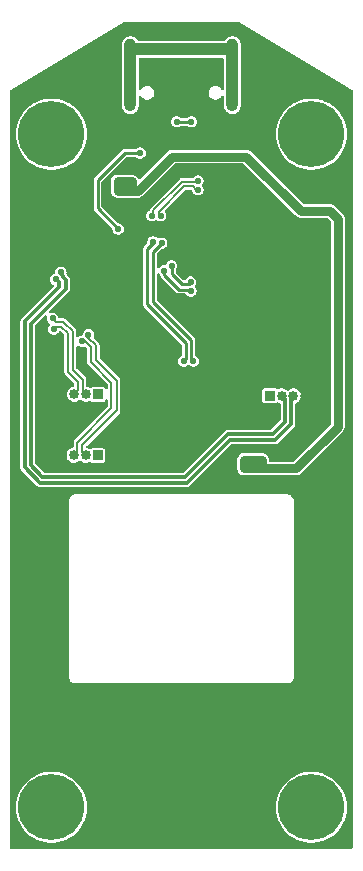
<source format=gbr>
%TF.GenerationSoftware,KiCad,Pcbnew,8.0.7-8.0.7-0~ubuntu22.04.1*%
%TF.CreationDate,2024-12-07T17:10:43+01:00*%
%TF.ProjectId,camera_360,63616d65-7261-45f3-9336-302e6b696361,rev?*%
%TF.SameCoordinates,Original*%
%TF.FileFunction,Copper,L2,Bot*%
%TF.FilePolarity,Positive*%
%FSLAX46Y46*%
G04 Gerber Fmt 4.6, Leading zero omitted, Abs format (unit mm)*
G04 Created by KiCad (PCBNEW 8.0.7-8.0.7-0~ubuntu22.04.1) date 2024-12-07 17:10:43*
%MOMM*%
%LPD*%
G01*
G04 APERTURE LIST*
%TA.AperFunction,ComponentPad*%
%ADD10C,5.600000*%
%TD*%
%TA.AperFunction,ComponentPad*%
%ADD11R,0.850000X0.850000*%
%TD*%
%TA.AperFunction,ComponentPad*%
%ADD12O,0.850000X0.850000*%
%TD*%
%TA.AperFunction,ComponentPad*%
%ADD13O,1.000000X2.100000*%
%TD*%
%TA.AperFunction,ComponentPad*%
%ADD14O,1.000000X1.800000*%
%TD*%
%TA.AperFunction,ViaPad*%
%ADD15C,0.650000*%
%TD*%
%TA.AperFunction,ViaPad*%
%ADD16C,0.550000*%
%TD*%
%TA.AperFunction,Conductor*%
%ADD17C,0.254000*%
%TD*%
%TA.AperFunction,Conductor*%
%ADD18C,0.750000*%
%TD*%
%TA.AperFunction,Conductor*%
%ADD19C,0.200000*%
%TD*%
%TA.AperFunction,Conductor*%
%ADD20C,0.300000*%
%TD*%
%TA.AperFunction,Conductor*%
%ADD21C,1.000000*%
%TD*%
G04 APERTURE END LIST*
D10*
%TO.P,H3,1*%
%TO.N,N/C*%
X94000000Y-101000000D03*
%TD*%
%TO.P,H4,1*%
%TO.N,N/C*%
X116000000Y-101000000D03*
%TD*%
D11*
%TO.P,J3,1,Pin_1*%
%TO.N,+5V*%
X97920000Y-66020000D03*
D12*
%TO.P,J3,2,Pin_2*%
%TO.N,/USB_CAM2-*%
X96920000Y-66020000D03*
%TO.P,J3,3,Pin_3*%
%TO.N,/USB_CAM2+*%
X95919999Y-66020000D03*
%TO.P,J3,4,Pin_4*%
%TO.N,GND*%
X94920000Y-66020000D03*
%TO.P,J3,5,Pin_5*%
X93920000Y-66020000D03*
%TD*%
D10*
%TO.P,H1,1*%
%TO.N,N/C*%
X94000000Y-44000000D03*
%TD*%
D13*
%TO.P,J1,S1,SHIELD*%
%TO.N,/SHIELD_USBC*%
X109320000Y-41025000D03*
D14*
X109320000Y-36825000D03*
D13*
X100680000Y-41025000D03*
D14*
X100680000Y-36825000D03*
%TD*%
D11*
%TO.P,J4,1,Pin_1*%
%TO.N,+5V*%
X112490000Y-66140000D03*
D12*
%TO.P,J4,2,Pin_2*%
%TO.N,/USB_CAM3-*%
X113490000Y-66140000D03*
%TO.P,J4,3,Pin_3*%
%TO.N,/USB_CAM3+*%
X114490001Y-66140000D03*
%TO.P,J4,4,Pin_4*%
%TO.N,GND*%
X115490000Y-66140000D03*
%TO.P,J4,5,Pin_5*%
X116490000Y-66140000D03*
%TD*%
D10*
%TO.P,H2,1*%
%TO.N,N/C*%
X116000000Y-44000000D03*
%TD*%
D11*
%TO.P,J2,1,Pin_1*%
%TO.N,+5V*%
X97900000Y-71190000D03*
D12*
%TO.P,J2,2,Pin_2*%
%TO.N,/USB_CAM1-*%
X96900000Y-71190000D03*
%TO.P,J2,3,Pin_3*%
%TO.N,/USB_CAM1+*%
X95899999Y-71190000D03*
%TO.P,J2,4,Pin_4*%
%TO.N,GND*%
X94900000Y-71190000D03*
%TO.P,J2,5,Pin_5*%
X93900000Y-71190000D03*
%TD*%
D15*
%TO.N,GND*%
X109600000Y-57400000D03*
X112400000Y-52900000D03*
D16*
%TO.N,+5V*%
X111800000Y-71550000D03*
D15*
X100800000Y-48000000D03*
X100800000Y-48800000D03*
D16*
X111050000Y-72300000D03*
X116200000Y-50500000D03*
X111050000Y-71550000D03*
X115200000Y-50500000D03*
D15*
X99600000Y-48800000D03*
D16*
X117200000Y-50500000D03*
X110300000Y-71560000D03*
D15*
X99600000Y-48000000D03*
D16*
X111800000Y-72300000D03*
X110300000Y-72300000D03*
D15*
%TO.N,GND*%
X108250000Y-43000000D03*
D16*
X104449997Y-63200000D03*
X106200000Y-55000000D03*
X107200000Y-48000000D03*
X97844431Y-60730205D03*
X102800000Y-52300000D03*
X104210000Y-50840000D03*
D15*
X106712527Y-57537473D03*
D16*
X95500000Y-55300000D03*
X94100000Y-55300000D03*
X96480480Y-60597122D03*
D15*
X110650000Y-55100000D03*
D16*
X107100000Y-49100000D03*
X106286483Y-43551333D03*
X93731477Y-61085654D03*
X105800000Y-58100000D03*
X101520000Y-50770000D03*
X96497230Y-62279579D03*
X94600000Y-59000000D03*
X106600000Y-56200000D03*
X106800000Y-63200000D03*
D15*
X101800000Y-43000000D03*
D16*
X103926065Y-43288847D03*
%TO.N,/USB_CAM2-*%
X94100000Y-59600000D03*
%TO.N,/USB_CAM2+*%
X94200000Y-60500000D03*
%TO.N,/USB_CAM3-*%
X94800000Y-55700000D03*
%TO.N,/USB_CAM3+*%
X94349998Y-56300002D03*
%TO.N,/USB_CAM1-*%
X97132843Y-60967157D03*
%TO.N,/USB_CAM1+*%
X96567157Y-61532843D03*
%TO.N,/USB_UPSTREAM_D-*%
X104174040Y-55133974D03*
X105784591Y-56520428D03*
%TO.N,/USB_UPSTREAM_D+*%
X105810000Y-57270000D03*
X103550000Y-55550000D03*
%TO.N,/VBUS*%
X101500000Y-45600000D03*
X99640000Y-52030000D03*
%TO.N,/USB_PORT1_D-*%
X103249993Y-50899083D03*
X106400000Y-48700000D03*
%TO.N,/USB_PORT1_D+*%
X106400000Y-47949997D03*
X102500001Y-50903015D03*
%TO.N,/USB_PORT2_D-*%
X103339798Y-53223300D03*
X106000000Y-63200000D03*
%TO.N,/USB_PORT2_D+*%
X102600000Y-53100000D03*
X105200000Y-63200000D03*
%TO.N,Net-(J1-D--PadA7)*%
X105852000Y-42940000D03*
X104590000Y-42940000D03*
%TD*%
D17*
%TO.N,/VBUS*%
X101500000Y-45600000D02*
X100200000Y-45600000D01*
X100200000Y-45600000D02*
X97900000Y-47900000D01*
X97900000Y-47900000D02*
X97900000Y-50290000D01*
X97900000Y-50290000D02*
X99640000Y-52030000D01*
%TO.N,/USB_PORT2_D+*%
X102600000Y-53100000D02*
X102600000Y-53200000D01*
X102600000Y-53200000D02*
X102100000Y-53700000D01*
X102100000Y-53700000D02*
X102100000Y-58400000D01*
X102100000Y-58400000D02*
X105348000Y-61648000D01*
X105348000Y-61648000D02*
X105348000Y-63052000D01*
X105348000Y-63052000D02*
X105200000Y-63200000D01*
%TO.N,/USB_PORT2_D-*%
X106000000Y-63200000D02*
X105852000Y-63052000D01*
X102600000Y-53963098D02*
X103339798Y-53223300D01*
X105852000Y-63052000D02*
X105852000Y-61452000D01*
X105852000Y-61452000D02*
X102600000Y-58200000D01*
X102600000Y-58200000D02*
X102600000Y-53963098D01*
%TO.N,/USB_UPSTREAM_D-*%
X105027357Y-56696000D02*
X105609019Y-56696000D01*
X104174040Y-55133974D02*
X104174040Y-55842683D01*
X104174040Y-55842683D02*
X105027357Y-56696000D01*
X105609019Y-56696000D02*
X105784591Y-56520428D01*
%TO.N,/USB_UPSTREAM_D+*%
X103550000Y-55550000D02*
X103550000Y-55900000D01*
X104800000Y-57150000D02*
X105690000Y-57150000D01*
X103550000Y-55900000D02*
X104800000Y-57150000D01*
X105690000Y-57150000D02*
X105810000Y-57270000D01*
D18*
%TO.N,+5V*%
X115100000Y-50500000D02*
X110500000Y-45900000D01*
X100800000Y-48800000D02*
X100800000Y-48000000D01*
X111800000Y-71550000D02*
X111800000Y-72300000D01*
X99600000Y-48800000D02*
X100400000Y-48000000D01*
X114700000Y-72300000D02*
X110300000Y-72300000D01*
X99600000Y-48800000D02*
X99600000Y-48000000D01*
X99600000Y-48800000D02*
X101300000Y-48800000D01*
X110300000Y-71560000D02*
X110300000Y-72300000D01*
X104200000Y-45900000D02*
X106000000Y-45900000D01*
X111790000Y-71560000D02*
X111800000Y-71550000D01*
X117600000Y-50500000D02*
X118250000Y-51150000D01*
X110500000Y-45900000D02*
X106000000Y-45900000D01*
X117200000Y-50500000D02*
X115200000Y-50500000D01*
X100800000Y-48000000D02*
X99600000Y-48000000D01*
X100800000Y-48800000D02*
X99600000Y-48800000D01*
X117200000Y-50500000D02*
X117600000Y-50500000D01*
X118250000Y-68750000D02*
X114700000Y-72300000D01*
X106000000Y-45900000D02*
X105000000Y-45900000D01*
X100800000Y-48800000D02*
X100000000Y-48000000D01*
X110300000Y-71560000D02*
X111790000Y-71560000D01*
X117200000Y-50500000D02*
X115100000Y-50500000D01*
X100400000Y-48000000D02*
X100800000Y-48000000D01*
X118250000Y-51150000D02*
X118250000Y-68750000D01*
X101300000Y-48800000D02*
X104200000Y-45900000D01*
D19*
%TO.N,/USB_CAM2-*%
X94100000Y-59600000D02*
X94400000Y-59900000D01*
X95800000Y-63934314D02*
X96644999Y-64779313D01*
X96644999Y-65744999D02*
X96920000Y-66020000D01*
X96644999Y-64779313D02*
X96644999Y-65744999D01*
X94400000Y-59900000D02*
X95000000Y-59900000D01*
X95000000Y-59900000D02*
X95800000Y-60700000D01*
X95800000Y-60700000D02*
X95800000Y-63934314D01*
%TO.N,/USB_CAM2+*%
X95400000Y-60865686D02*
X95400000Y-64100000D01*
X96244999Y-64944999D02*
X96244999Y-65695000D01*
X94834314Y-60300000D02*
X95400000Y-60865686D01*
X94400000Y-60300000D02*
X94834314Y-60300000D01*
X96244999Y-65695000D02*
X95919999Y-66020000D01*
X94200000Y-60500000D02*
X94400000Y-60300000D01*
X95400000Y-64100000D02*
X96244999Y-64944999D01*
D20*
%TO.N,/USB_CAM3-*%
X92225000Y-60063910D02*
X92225000Y-72006800D01*
X94974998Y-56041118D02*
X94974998Y-56086091D01*
X92225000Y-72006800D02*
X93218200Y-73000000D01*
X94800000Y-55700000D02*
X94800000Y-55866120D01*
X112717894Y-69375000D02*
X113765000Y-68327894D01*
X93218200Y-73000000D02*
X105300000Y-73000000D01*
X113765000Y-66415000D02*
X113490000Y-66140000D01*
X105300000Y-73000000D02*
X108925000Y-69375000D01*
X113765000Y-68327894D02*
X113765000Y-66415000D01*
X95212201Y-57076709D02*
X92225000Y-60063910D01*
X108925000Y-69375000D02*
X112717894Y-69375000D01*
X95212201Y-56323294D02*
X95212201Y-57076709D01*
X94974998Y-56086091D02*
X95212201Y-56323294D01*
X94800000Y-55866120D02*
X94974998Y-56041118D01*
%TO.N,/USB_CAM3+*%
X105507107Y-73500000D02*
X109132107Y-69875000D01*
X112925000Y-69875000D02*
X114300000Y-68500000D01*
X91725000Y-72213907D02*
X93011093Y-73500000D01*
X114300000Y-66330001D02*
X114490001Y-66140000D01*
X91725000Y-59856804D02*
X91725000Y-72213907D01*
X94662201Y-56551112D02*
X94662201Y-56919603D01*
X94411091Y-56300002D02*
X94662201Y-56551112D01*
X109132107Y-69875000D02*
X112925000Y-69875000D01*
X114300000Y-68500000D02*
X114300000Y-66330001D01*
X93011093Y-73500000D02*
X105507107Y-73500000D01*
X94349998Y-56300002D02*
X94411091Y-56300002D01*
X94662201Y-56919603D02*
X91725000Y-59856804D01*
D19*
%TO.N,/USB_CAM1-*%
X99525000Y-64856800D02*
X97775000Y-63106800D01*
X97775000Y-63106800D02*
X97775000Y-61856801D01*
X96900000Y-71190000D02*
X96625000Y-70915000D01*
X97775000Y-61856801D02*
X97132843Y-61214644D01*
X96625000Y-70293200D02*
X99525000Y-67393200D01*
X97132843Y-61214644D02*
X97132843Y-60967157D01*
X96625000Y-70915000D02*
X96625000Y-70293200D01*
X99525000Y-67393200D02*
X99525000Y-64856800D01*
%TO.N,/USB_CAM1+*%
X97325000Y-62043199D02*
X96814644Y-61532843D01*
X95899999Y-71190000D02*
X96174999Y-70915000D01*
X99075000Y-65043200D02*
X97325000Y-63293200D01*
X96174999Y-70106801D02*
X99075000Y-67206800D01*
X96814644Y-61532843D02*
X96567157Y-61532843D01*
X97325000Y-63293200D02*
X97325000Y-62043199D01*
X99075000Y-67206800D02*
X99075000Y-65043200D01*
X96174999Y-70915000D02*
X96174999Y-70106801D01*
D21*
%TO.N,/SHIELD_USBC*%
X100680000Y-41025000D02*
X100680000Y-36825000D01*
X109320000Y-36825000D02*
X109320000Y-41025000D01*
X100680000Y-36825000D02*
X109320000Y-36825000D01*
D19*
%TO.N,/USB_PORT1_D-*%
X105200000Y-48425000D02*
X103075001Y-50549999D01*
X105974924Y-48425000D02*
X105200000Y-48425000D01*
X106249924Y-48700000D02*
X105974924Y-48425000D01*
X103075001Y-50724091D02*
X103249993Y-50899083D01*
X103075001Y-50549999D02*
X103075001Y-50724091D01*
X106400000Y-48700000D02*
X106249924Y-48700000D01*
%TO.N,/USB_PORT1_D+*%
X105034314Y-48025000D02*
X102624999Y-50434315D01*
X102624999Y-50434315D02*
X102624999Y-50778017D01*
X106400000Y-47949997D02*
X106324997Y-48025000D01*
X102624999Y-50778017D02*
X102500001Y-50903015D01*
X106324997Y-48025000D02*
X105034314Y-48025000D01*
D17*
%TO.N,Net-(J1-D--PadA7)*%
X105852000Y-42940000D02*
X104590000Y-42940000D01*
%TD*%
%TA.AperFunction,Conductor*%
%TO.N,GND*%
G36*
X96291536Y-61920940D02*
G01*
X96367596Y-61969821D01*
X96367598Y-61969821D01*
X96367599Y-61969822D01*
X96498789Y-62008343D01*
X96498790Y-62008343D01*
X96635524Y-62008343D01*
X96742456Y-61976945D01*
X96812324Y-61976945D01*
X96865071Y-62008241D01*
X96988181Y-62131351D01*
X97021666Y-62192674D01*
X97024500Y-62219032D01*
X97024500Y-63332762D01*
X97042559Y-63400160D01*
X97044980Y-63409193D01*
X97044981Y-63409194D01*
X97059645Y-63434592D01*
X97059647Y-63434594D01*
X97084539Y-63477710D01*
X98738181Y-65131352D01*
X98771666Y-65192675D01*
X98774500Y-65219033D01*
X98774500Y-65474317D01*
X98754815Y-65541356D01*
X98702011Y-65587111D01*
X98632853Y-65597055D01*
X98569297Y-65568030D01*
X98535940Y-65521773D01*
X98533867Y-65516771D01*
X98533867Y-65516769D01*
X98505501Y-65474317D01*
X98489552Y-65450447D01*
X98423230Y-65406132D01*
X98423229Y-65406131D01*
X98364752Y-65394500D01*
X98364748Y-65394500D01*
X97475252Y-65394500D01*
X97475247Y-65394500D01*
X97416770Y-65406131D01*
X97416769Y-65406132D01*
X97340293Y-65457233D01*
X97338328Y-65454292D01*
X97295215Y-65477822D01*
X97225524Y-65472824D01*
X97211259Y-65466449D01*
X97143434Y-65430852D01*
X97143431Y-65430851D01*
X97039824Y-65405314D01*
X96979443Y-65370157D01*
X96947655Y-65307938D01*
X96945499Y-65284917D01*
X96945499Y-64739752D01*
X96925019Y-64663322D01*
X96925016Y-64663317D01*
X96885463Y-64594808D01*
X96885457Y-64594800D01*
X96136819Y-63846162D01*
X96103334Y-63784839D01*
X96100500Y-63758481D01*
X96100500Y-62025258D01*
X96120185Y-61958219D01*
X96172989Y-61912464D01*
X96242147Y-61902520D01*
X96291536Y-61920940D01*
G37*
%TD.AperFunction*%
%TA.AperFunction,Conductor*%
G36*
X109890821Y-34518170D02*
G01*
X119427988Y-40240470D01*
X119439297Y-40247255D01*
X119486656Y-40298626D01*
X119499500Y-40353584D01*
X119499500Y-104375500D01*
X119479815Y-104442539D01*
X119427011Y-104488294D01*
X119375500Y-104499500D01*
X90624500Y-104499500D01*
X90557461Y-104479815D01*
X90511706Y-104427011D01*
X90500500Y-104375500D01*
X90500500Y-100999996D01*
X90994415Y-100999996D01*
X90994415Y-101000003D01*
X91014738Y-101348927D01*
X91014739Y-101348938D01*
X91075428Y-101693127D01*
X91075430Y-101693134D01*
X91175674Y-102027972D01*
X91314107Y-102348895D01*
X91314113Y-102348908D01*
X91488870Y-102651597D01*
X91697584Y-102931949D01*
X91697589Y-102931955D01*
X91821463Y-103063253D01*
X91937442Y-103186183D01*
X92113903Y-103334251D01*
X92205186Y-103410847D01*
X92205194Y-103410853D01*
X92497203Y-103602911D01*
X92497207Y-103602913D01*
X92809549Y-103759777D01*
X93137989Y-103879319D01*
X93478086Y-103959923D01*
X93825241Y-104000500D01*
X93825248Y-104000500D01*
X94174752Y-104000500D01*
X94174759Y-104000500D01*
X94521914Y-103959923D01*
X94862011Y-103879319D01*
X95190451Y-103759777D01*
X95502793Y-103602913D01*
X95794811Y-103410849D01*
X96062558Y-103186183D01*
X96302412Y-102931953D01*
X96511130Y-102651596D01*
X96685889Y-102348904D01*
X96824326Y-102027971D01*
X96924569Y-101693136D01*
X96985262Y-101348927D01*
X97005585Y-101000000D01*
X97005585Y-100999996D01*
X112994415Y-100999996D01*
X112994415Y-101000003D01*
X113014738Y-101348927D01*
X113014739Y-101348938D01*
X113075428Y-101693127D01*
X113075430Y-101693134D01*
X113175674Y-102027972D01*
X113314107Y-102348895D01*
X113314113Y-102348908D01*
X113488870Y-102651597D01*
X113697584Y-102931949D01*
X113697589Y-102931955D01*
X113821463Y-103063253D01*
X113937442Y-103186183D01*
X114113903Y-103334251D01*
X114205186Y-103410847D01*
X114205194Y-103410853D01*
X114497203Y-103602911D01*
X114497207Y-103602913D01*
X114809549Y-103759777D01*
X115137989Y-103879319D01*
X115478086Y-103959923D01*
X115825241Y-104000500D01*
X115825248Y-104000500D01*
X116174752Y-104000500D01*
X116174759Y-104000500D01*
X116521914Y-103959923D01*
X116862011Y-103879319D01*
X117190451Y-103759777D01*
X117502793Y-103602913D01*
X117794811Y-103410849D01*
X118062558Y-103186183D01*
X118302412Y-102931953D01*
X118511130Y-102651596D01*
X118685889Y-102348904D01*
X118824326Y-102027971D01*
X118924569Y-101693136D01*
X118985262Y-101348927D01*
X119005585Y-101000000D01*
X118985262Y-100651073D01*
X118985260Y-100651061D01*
X118924571Y-100306872D01*
X118924569Y-100306865D01*
X118824325Y-99972027D01*
X118685892Y-99651104D01*
X118685889Y-99651096D01*
X118511130Y-99348404D01*
X118511129Y-99348402D01*
X118302415Y-99068050D01*
X118302410Y-99068044D01*
X118186433Y-98945117D01*
X118062558Y-98813817D01*
X117914488Y-98689572D01*
X117794813Y-98589152D01*
X117794805Y-98589146D01*
X117502796Y-98397088D01*
X117190458Y-98240226D01*
X117190452Y-98240223D01*
X116862012Y-98120681D01*
X116862009Y-98120680D01*
X116521915Y-98040077D01*
X116478519Y-98035004D01*
X116174759Y-97999500D01*
X115825241Y-97999500D01*
X115521480Y-98035004D01*
X115478085Y-98040077D01*
X115478083Y-98040077D01*
X115137990Y-98120680D01*
X115137987Y-98120681D01*
X114809547Y-98240223D01*
X114809541Y-98240226D01*
X114497203Y-98397088D01*
X114205194Y-98589146D01*
X114205186Y-98589152D01*
X113937442Y-98813817D01*
X113937440Y-98813819D01*
X113697589Y-99068044D01*
X113697584Y-99068050D01*
X113488870Y-99348402D01*
X113314113Y-99651091D01*
X113314107Y-99651104D01*
X113175674Y-99972027D01*
X113075430Y-100306865D01*
X113075428Y-100306872D01*
X113014739Y-100651061D01*
X113014738Y-100651072D01*
X112994415Y-100999996D01*
X97005585Y-100999996D01*
X96985262Y-100651073D01*
X96985260Y-100651061D01*
X96924571Y-100306872D01*
X96924569Y-100306865D01*
X96824325Y-99972027D01*
X96685892Y-99651104D01*
X96685889Y-99651096D01*
X96511130Y-99348404D01*
X96511129Y-99348402D01*
X96302415Y-99068050D01*
X96302410Y-99068044D01*
X96186433Y-98945117D01*
X96062558Y-98813817D01*
X95914488Y-98689572D01*
X95794813Y-98589152D01*
X95794805Y-98589146D01*
X95502796Y-98397088D01*
X95190458Y-98240226D01*
X95190452Y-98240223D01*
X94862012Y-98120681D01*
X94862009Y-98120680D01*
X94521915Y-98040077D01*
X94478519Y-98035004D01*
X94174759Y-97999500D01*
X93825241Y-97999500D01*
X93521480Y-98035004D01*
X93478085Y-98040077D01*
X93478083Y-98040077D01*
X93137990Y-98120680D01*
X93137987Y-98120681D01*
X92809547Y-98240223D01*
X92809541Y-98240226D01*
X92497203Y-98397088D01*
X92205194Y-98589146D01*
X92205186Y-98589152D01*
X91937442Y-98813817D01*
X91937440Y-98813819D01*
X91697589Y-99068044D01*
X91697584Y-99068050D01*
X91488870Y-99348402D01*
X91314113Y-99651091D01*
X91314107Y-99651104D01*
X91175674Y-99972027D01*
X91075430Y-100306865D01*
X91075428Y-100306872D01*
X91014739Y-100651061D01*
X91014738Y-100651072D01*
X90994415Y-100999996D01*
X90500500Y-100999996D01*
X90500500Y-74934108D01*
X95499500Y-74934108D01*
X95499500Y-90065891D01*
X95533608Y-90193187D01*
X95566554Y-90250250D01*
X95599500Y-90307314D01*
X95692686Y-90400500D01*
X95806814Y-90466392D01*
X95934108Y-90500500D01*
X95934110Y-90500500D01*
X114065890Y-90500500D01*
X114065892Y-90500500D01*
X114193186Y-90466392D01*
X114307314Y-90400500D01*
X114400500Y-90307314D01*
X114466392Y-90193186D01*
X114500500Y-90065892D01*
X114500500Y-74934108D01*
X114466392Y-74806814D01*
X114400500Y-74692686D01*
X114307314Y-74599500D01*
X114250250Y-74566554D01*
X114193187Y-74533608D01*
X114129539Y-74516554D01*
X114065892Y-74499500D01*
X96065892Y-74499500D01*
X95934108Y-74499500D01*
X95806812Y-74533608D01*
X95692686Y-74599500D01*
X95692683Y-74599502D01*
X95599502Y-74692683D01*
X95599500Y-74692686D01*
X95533608Y-74806812D01*
X95499500Y-74934108D01*
X90500500Y-74934108D01*
X90500500Y-59810660D01*
X91374500Y-59810660D01*
X91374500Y-72260051D01*
X91394158Y-72333414D01*
X91394158Y-72333415D01*
X91398386Y-72349195D01*
X91444527Y-72429115D01*
X91444529Y-72429118D01*
X91444530Y-72429119D01*
X92795881Y-73780470D01*
X92875805Y-73826614D01*
X92964949Y-73850500D01*
X92964951Y-73850500D01*
X105553249Y-73850500D01*
X105553251Y-73850500D01*
X105642395Y-73826614D01*
X105722319Y-73780470D01*
X109240970Y-70261819D01*
X109302293Y-70228334D01*
X109328651Y-70225500D01*
X112971142Y-70225500D01*
X112971144Y-70225500D01*
X113060288Y-70201614D01*
X113140212Y-70155470D01*
X114580470Y-68715212D01*
X114626614Y-68635288D01*
X114650500Y-68546144D01*
X114650500Y-66837139D01*
X114670185Y-66770100D01*
X114716873Y-66727343D01*
X114847935Y-66658557D01*
X114961633Y-66557830D01*
X115047922Y-66432819D01*
X115101786Y-66290791D01*
X115120095Y-66140000D01*
X115101786Y-65989209D01*
X115047922Y-65847181D01*
X114961633Y-65722170D01*
X114847935Y-65621443D01*
X114713435Y-65550852D01*
X114713434Y-65550851D01*
X114713433Y-65550851D01*
X114565951Y-65514500D01*
X114565950Y-65514500D01*
X114414052Y-65514500D01*
X114414051Y-65514500D01*
X114266568Y-65550851D01*
X114132065Y-65621443D01*
X114072226Y-65674456D01*
X114008993Y-65704177D01*
X113939729Y-65694993D01*
X113907775Y-65674457D01*
X113847934Y-65621443D01*
X113713434Y-65550852D01*
X113713433Y-65550851D01*
X113713432Y-65550851D01*
X113565950Y-65514500D01*
X113565949Y-65514500D01*
X113414051Y-65514500D01*
X113414050Y-65514500D01*
X113266567Y-65550851D01*
X113198743Y-65586448D01*
X113130234Y-65600172D01*
X113070119Y-65576615D01*
X113069707Y-65577233D01*
X113066886Y-65575348D01*
X113065181Y-65574680D01*
X113062968Y-65572730D01*
X112993230Y-65526132D01*
X112993229Y-65526131D01*
X112934752Y-65514500D01*
X112934748Y-65514500D01*
X112045252Y-65514500D01*
X112045247Y-65514500D01*
X111986770Y-65526131D01*
X111986769Y-65526132D01*
X111920447Y-65570447D01*
X111876132Y-65636769D01*
X111876131Y-65636770D01*
X111864500Y-65695247D01*
X111864500Y-66584752D01*
X111876131Y-66643229D01*
X111876132Y-66643230D01*
X111920447Y-66709552D01*
X111986769Y-66753867D01*
X111986770Y-66753868D01*
X112045247Y-66765499D01*
X112045250Y-66765500D01*
X112045252Y-66765500D01*
X112934750Y-66765500D01*
X112934751Y-66765499D01*
X112949568Y-66762552D01*
X112993229Y-66753868D01*
X112993229Y-66753867D01*
X112993231Y-66753867D01*
X113059552Y-66709552D01*
X113059551Y-66709552D01*
X113069707Y-66702767D01*
X113071674Y-66705711D01*
X113114736Y-66682187D01*
X113184429Y-66687158D01*
X113198740Y-66693550D01*
X113266566Y-66729148D01*
X113320174Y-66742361D01*
X113380555Y-66777517D01*
X113412344Y-66839736D01*
X113414500Y-66862758D01*
X113414500Y-68131350D01*
X113394815Y-68198389D01*
X113378181Y-68219031D01*
X112609031Y-68988181D01*
X112547708Y-69021666D01*
X112521350Y-69024500D01*
X108878856Y-69024500D01*
X108789712Y-69048386D01*
X108789709Y-69048387D01*
X108709791Y-69094527D01*
X108709786Y-69094531D01*
X105191137Y-72613181D01*
X105129814Y-72646666D01*
X105103456Y-72649500D01*
X93414744Y-72649500D01*
X93347705Y-72629815D01*
X93327063Y-72613181D01*
X92611819Y-71897937D01*
X92578334Y-71836614D01*
X92575500Y-71810256D01*
X92575500Y-60260454D01*
X92595185Y-60193415D01*
X92611819Y-60172773D01*
X92973932Y-59810660D01*
X93429220Y-59355371D01*
X93490541Y-59321888D01*
X93560232Y-59326872D01*
X93616166Y-59368744D01*
X93640583Y-59434208D01*
X93639637Y-59460700D01*
X93619610Y-59599999D01*
X93639068Y-59735337D01*
X93639070Y-59735345D01*
X93695867Y-59859714D01*
X93695872Y-59859721D01*
X93785409Y-59963053D01*
X93785413Y-59963057D01*
X93826036Y-59989163D01*
X93871792Y-60041966D01*
X93881736Y-60111125D01*
X93852712Y-60174680D01*
X93795872Y-60240277D01*
X93795867Y-60240285D01*
X93739070Y-60364654D01*
X93739068Y-60364662D01*
X93719610Y-60500000D01*
X93739068Y-60635337D01*
X93739070Y-60635345D01*
X93795867Y-60759714D01*
X93795872Y-60759721D01*
X93885409Y-60863053D01*
X93885413Y-60863057D01*
X93945979Y-60901979D01*
X94000439Y-60936978D01*
X94048160Y-60950990D01*
X94131632Y-60975500D01*
X94131633Y-60975500D01*
X94268367Y-60975500D01*
X94399561Y-60936978D01*
X94514589Y-60863055D01*
X94604130Y-60759718D01*
X94612998Y-60740299D01*
X94658751Y-60687496D01*
X94725790Y-60667811D01*
X94792830Y-60687495D01*
X94813473Y-60704130D01*
X95063181Y-60953838D01*
X95096666Y-61015161D01*
X95099500Y-61041519D01*
X95099500Y-64139562D01*
X95119979Y-64215989D01*
X95130846Y-64234810D01*
X95130847Y-64234814D01*
X95130848Y-64234814D01*
X95159539Y-64284509D01*
X95159541Y-64284512D01*
X95908180Y-65033151D01*
X95941665Y-65094474D01*
X95944499Y-65120832D01*
X95944499Y-65272593D01*
X95924814Y-65339632D01*
X95872010Y-65385387D01*
X95850175Y-65392990D01*
X95696566Y-65430851D01*
X95562066Y-65501442D01*
X95448366Y-65602171D01*
X95362079Y-65727179D01*
X95362078Y-65727180D01*
X95316569Y-65847179D01*
X95308214Y-65869209D01*
X95289905Y-66020000D01*
X95308214Y-66170791D01*
X95362078Y-66312819D01*
X95448367Y-66437830D01*
X95562065Y-66538557D01*
X95696565Y-66609148D01*
X95770307Y-66627324D01*
X95844049Y-66645500D01*
X95844050Y-66645500D01*
X95995949Y-66645500D01*
X96045109Y-66633382D01*
X96143433Y-66609148D01*
X96277933Y-66538557D01*
X96337774Y-66485542D01*
X96401004Y-66455823D01*
X96470268Y-66465005D01*
X96502226Y-66485544D01*
X96562064Y-66538556D01*
X96562066Y-66538557D01*
X96696566Y-66609148D01*
X96770308Y-66627324D01*
X96844050Y-66645500D01*
X96844051Y-66645500D01*
X96995950Y-66645500D01*
X97038464Y-66635021D01*
X97143434Y-66609148D01*
X97211258Y-66573551D01*
X97279763Y-66559826D01*
X97339880Y-66583384D01*
X97340293Y-66582767D01*
X97343110Y-66584649D01*
X97344816Y-66585318D01*
X97347029Y-66587268D01*
X97416769Y-66633867D01*
X97416770Y-66633868D01*
X97475247Y-66645499D01*
X97475250Y-66645500D01*
X97475252Y-66645500D01*
X98364750Y-66645500D01*
X98364751Y-66645499D01*
X98379568Y-66642552D01*
X98423229Y-66633868D01*
X98423229Y-66633867D01*
X98423231Y-66633867D01*
X98489552Y-66589552D01*
X98533867Y-66523231D01*
X98533867Y-66523226D01*
X98535939Y-66518229D01*
X98579781Y-66463825D01*
X98646075Y-66441761D01*
X98713774Y-66459041D01*
X98761384Y-66510178D01*
X98774500Y-66565682D01*
X98774500Y-67030967D01*
X98754815Y-67098006D01*
X98738181Y-67118648D01*
X95934540Y-69922288D01*
X95934534Y-69922296D01*
X95894981Y-69990805D01*
X95894978Y-69990810D01*
X95874499Y-70067240D01*
X95874499Y-70454917D01*
X95854814Y-70521956D01*
X95802010Y-70567711D01*
X95780175Y-70575314D01*
X95676566Y-70600851D01*
X95542066Y-70671442D01*
X95428366Y-70772171D01*
X95342079Y-70897179D01*
X95342078Y-70897180D01*
X95288214Y-71039208D01*
X95282109Y-71089487D01*
X95269905Y-71190000D01*
X95288214Y-71340791D01*
X95342078Y-71482819D01*
X95428367Y-71607830D01*
X95542065Y-71708557D01*
X95676565Y-71779148D01*
X95750307Y-71797324D01*
X95824049Y-71815500D01*
X95824050Y-71815500D01*
X95975949Y-71815500D01*
X96025109Y-71803382D01*
X96123433Y-71779148D01*
X96257933Y-71708557D01*
X96317774Y-71655542D01*
X96381004Y-71625823D01*
X96450268Y-71635005D01*
X96482226Y-71655544D01*
X96542064Y-71708556D01*
X96542066Y-71708557D01*
X96676566Y-71779148D01*
X96750308Y-71797324D01*
X96824050Y-71815500D01*
X96824051Y-71815500D01*
X96975950Y-71815500D01*
X97012820Y-71806412D01*
X97123434Y-71779148D01*
X97191258Y-71743551D01*
X97259763Y-71729826D01*
X97319880Y-71753384D01*
X97320293Y-71752767D01*
X97323110Y-71754649D01*
X97324816Y-71755318D01*
X97327029Y-71757268D01*
X97396769Y-71803867D01*
X97396770Y-71803868D01*
X97455247Y-71815499D01*
X97455250Y-71815500D01*
X97455252Y-71815500D01*
X98344750Y-71815500D01*
X98344751Y-71815499D01*
X98359568Y-71812552D01*
X98403229Y-71803868D01*
X98403229Y-71803867D01*
X98403231Y-71803867D01*
X98469552Y-71759552D01*
X98513867Y-71693231D01*
X98513867Y-71693229D01*
X98513868Y-71693229D01*
X98525499Y-71634752D01*
X98525500Y-71634750D01*
X98525500Y-70745249D01*
X98525499Y-70745247D01*
X98513868Y-70686770D01*
X98513867Y-70686769D01*
X98469552Y-70620447D01*
X98403230Y-70576132D01*
X98403229Y-70576131D01*
X98344752Y-70564500D01*
X98344748Y-70564500D01*
X97455252Y-70564500D01*
X97455247Y-70564500D01*
X97396770Y-70576131D01*
X97396769Y-70576132D01*
X97320293Y-70627233D01*
X97318328Y-70624292D01*
X97275215Y-70647822D01*
X97205524Y-70642824D01*
X97191259Y-70636449D01*
X97123434Y-70600852D01*
X97123433Y-70600851D01*
X97123432Y-70600851D01*
X97031148Y-70578105D01*
X96970768Y-70542948D01*
X96938980Y-70480728D01*
X96945876Y-70411200D01*
X96973141Y-70370029D01*
X99765460Y-67577711D01*
X99805021Y-67509189D01*
X99825500Y-67432762D01*
X99825500Y-64817238D01*
X99810294Y-64760488D01*
X99810294Y-64760486D01*
X99805023Y-64740815D01*
X99805022Y-64740813D01*
X99805022Y-64740812D01*
X99765460Y-64672289D01*
X98111819Y-63018648D01*
X98078334Y-62957325D01*
X98075500Y-62930967D01*
X98075500Y-61817240D01*
X98055020Y-61740810D01*
X98055017Y-61740805D01*
X98015464Y-61672296D01*
X98015458Y-61672288D01*
X97608219Y-61265049D01*
X97574734Y-61203726D01*
X97579718Y-61134034D01*
X97583093Y-61125885D01*
X97593774Y-61102499D01*
X97613233Y-60967157D01*
X97593774Y-60831815D01*
X97560848Y-60759717D01*
X97536975Y-60707442D01*
X97536970Y-60707435D01*
X97447433Y-60604103D01*
X97447429Y-60604099D01*
X97332402Y-60530178D01*
X97201211Y-60491657D01*
X97201210Y-60491657D01*
X97064476Y-60491657D01*
X97064475Y-60491657D01*
X96933283Y-60530178D01*
X96818256Y-60604099D01*
X96818252Y-60604103D01*
X96728715Y-60707435D01*
X96728710Y-60707442D01*
X96671913Y-60831811D01*
X96671911Y-60831819D01*
X96654777Y-60950990D01*
X96625752Y-61014546D01*
X96566974Y-61052320D01*
X96532039Y-61057343D01*
X96498789Y-61057343D01*
X96367597Y-61095864D01*
X96291538Y-61144743D01*
X96224498Y-61164427D01*
X96157459Y-61144741D01*
X96111705Y-61091937D01*
X96100500Y-61040427D01*
X96100500Y-60660439D01*
X96093774Y-60635337D01*
X96080021Y-60584011D01*
X96080017Y-60584004D01*
X96040464Y-60515495D01*
X96040458Y-60515487D01*
X95184510Y-59659539D01*
X95153434Y-59641598D01*
X95153424Y-59641592D01*
X95115991Y-59619980D01*
X95115990Y-59619979D01*
X95090513Y-59613152D01*
X95039562Y-59599500D01*
X95039560Y-59599500D01*
X94687765Y-59599500D01*
X94620726Y-59579815D01*
X94574971Y-59527011D01*
X94565027Y-59493146D01*
X94564447Y-59489115D01*
X94560931Y-59464658D01*
X94547025Y-59434208D01*
X94504132Y-59340285D01*
X94504127Y-59340278D01*
X94414590Y-59236946D01*
X94414586Y-59236942D01*
X94299559Y-59163021D01*
X94168368Y-59124500D01*
X94168367Y-59124500D01*
X94031633Y-59124500D01*
X94031630Y-59124500D01*
X93971795Y-59142069D01*
X93901925Y-59142069D01*
X93843148Y-59104294D01*
X93814123Y-59040738D01*
X93824067Y-58971580D01*
X93849177Y-58935414D01*
X95492671Y-57291921D01*
X95538815Y-57211997D01*
X95538816Y-57211994D01*
X95543874Y-57193118D01*
X95543874Y-57193117D01*
X95547158Y-57180858D01*
X95562701Y-57122853D01*
X95562701Y-56277150D01*
X95538815Y-56188006D01*
X95515639Y-56147864D01*
X95492671Y-56108082D01*
X95326968Y-55942379D01*
X95306811Y-55912213D01*
X95305676Y-55912869D01*
X95290047Y-55885799D01*
X95282385Y-55872528D01*
X95265913Y-55804631D01*
X95267033Y-55792895D01*
X95280390Y-55700000D01*
X95260931Y-55564658D01*
X95223241Y-55482128D01*
X95204132Y-55440285D01*
X95204127Y-55440278D01*
X95114590Y-55336946D01*
X95114586Y-55336942D01*
X94999559Y-55263021D01*
X94868368Y-55224500D01*
X94868367Y-55224500D01*
X94731633Y-55224500D01*
X94731632Y-55224500D01*
X94600440Y-55263021D01*
X94485413Y-55336942D01*
X94485409Y-55336946D01*
X94395872Y-55440278D01*
X94395867Y-55440285D01*
X94339070Y-55564654D01*
X94339068Y-55564662D01*
X94319610Y-55699999D01*
X94319956Y-55702405D01*
X94319610Y-55704811D01*
X94319610Y-55708868D01*
X94319027Y-55708868D01*
X94310012Y-55771564D01*
X94264257Y-55824368D01*
X94232154Y-55839029D01*
X94150438Y-55863023D01*
X94035411Y-55936944D01*
X94035407Y-55936948D01*
X93945870Y-56040280D01*
X93945865Y-56040287D01*
X93889068Y-56164656D01*
X93889066Y-56164664D01*
X93869608Y-56300002D01*
X93889066Y-56435339D01*
X93889068Y-56435347D01*
X93945865Y-56559716D01*
X93945870Y-56559723D01*
X94029095Y-56655770D01*
X94035409Y-56663057D01*
X94141954Y-56731528D01*
X94187709Y-56784332D01*
X94197653Y-56853490D01*
X94168629Y-56917046D01*
X94162596Y-56923525D01*
X91444531Y-59641590D01*
X91444525Y-59641598D01*
X91403066Y-59713409D01*
X91403066Y-59713410D01*
X91398387Y-59721513D01*
X91398386Y-59721516D01*
X91374500Y-59810660D01*
X90500500Y-59810660D01*
X90500500Y-53656884D01*
X101772500Y-53656884D01*
X101772500Y-58356884D01*
X101772500Y-58443116D01*
X101794819Y-58526410D01*
X101837934Y-58601088D01*
X101837936Y-58601091D01*
X104984181Y-61747336D01*
X105017666Y-61808659D01*
X105020500Y-61835017D01*
X105020500Y-62682420D01*
X105000815Y-62749459D01*
X104963539Y-62786736D01*
X104885410Y-62836945D01*
X104885409Y-62836946D01*
X104795872Y-62940278D01*
X104795867Y-62940285D01*
X104739070Y-63064654D01*
X104739068Y-63064662D01*
X104719610Y-63200000D01*
X104739068Y-63335337D01*
X104739070Y-63335345D01*
X104795867Y-63459714D01*
X104795872Y-63459721D01*
X104885409Y-63563053D01*
X104885413Y-63563057D01*
X104945979Y-63601979D01*
X105000439Y-63636978D01*
X105066036Y-63656239D01*
X105131632Y-63675500D01*
X105131633Y-63675500D01*
X105268367Y-63675500D01*
X105399561Y-63636978D01*
X105514589Y-63563055D01*
X105514596Y-63563046D01*
X105518794Y-63559410D01*
X105582349Y-63530384D01*
X105651508Y-63540325D01*
X105681206Y-63559410D01*
X105685406Y-63563050D01*
X105685411Y-63563055D01*
X105800439Y-63636978D01*
X105866036Y-63656239D01*
X105931632Y-63675500D01*
X105931633Y-63675500D01*
X106068367Y-63675500D01*
X106199561Y-63636978D01*
X106314589Y-63563055D01*
X106404130Y-63459718D01*
X106460931Y-63335342D01*
X106480390Y-63200000D01*
X106460931Y-63064658D01*
X106439919Y-63018648D01*
X106404132Y-62940285D01*
X106404127Y-62940278D01*
X106314590Y-62836946D01*
X106314589Y-62836945D01*
X106236461Y-62786736D01*
X106190706Y-62733932D01*
X106179500Y-62682420D01*
X106179500Y-61408885D01*
X106176450Y-61397501D01*
X106157181Y-61325590D01*
X106114065Y-61250910D01*
X106053090Y-61189935D01*
X102963819Y-58100664D01*
X102930334Y-58039341D01*
X102927500Y-58012983D01*
X102927500Y-55890162D01*
X102947185Y-55823123D01*
X102999989Y-55777368D01*
X103069147Y-55767424D01*
X103132703Y-55796449D01*
X103145213Y-55808959D01*
X103145869Y-55809716D01*
X103145870Y-55809718D01*
X103192213Y-55863201D01*
X103221238Y-55926756D01*
X103222298Y-55941583D01*
X103222499Y-55943113D01*
X103222500Y-55943116D01*
X103244819Y-56026410D01*
X103287935Y-56101090D01*
X104598910Y-57412065D01*
X104673590Y-57455181D01*
X104756884Y-57477500D01*
X104843116Y-57477500D01*
X105304602Y-57477500D01*
X105371641Y-57497185D01*
X105398675Y-57524217D01*
X105400062Y-57523016D01*
X105495409Y-57633053D01*
X105495413Y-57633057D01*
X105555979Y-57671979D01*
X105610439Y-57706978D01*
X105676036Y-57726239D01*
X105741632Y-57745500D01*
X105741633Y-57745500D01*
X105878367Y-57745500D01*
X106009561Y-57706978D01*
X106124589Y-57633055D01*
X106214130Y-57529718D01*
X106270931Y-57405342D01*
X106290390Y-57270000D01*
X106270931Y-57134658D01*
X106258677Y-57107827D01*
X106214132Y-57010285D01*
X106214130Y-57010283D01*
X106214130Y-57010282D01*
X106172080Y-56961753D01*
X106143056Y-56898197D01*
X106153000Y-56829038D01*
X106172079Y-56799351D01*
X106188721Y-56780146D01*
X106245522Y-56655770D01*
X106264981Y-56520428D01*
X106245522Y-56385086D01*
X106233268Y-56358255D01*
X106188723Y-56260713D01*
X106188718Y-56260706D01*
X106099181Y-56157374D01*
X106099177Y-56157370D01*
X105984150Y-56083449D01*
X105852959Y-56044928D01*
X105852958Y-56044928D01*
X105716224Y-56044928D01*
X105716223Y-56044928D01*
X105585031Y-56083449D01*
X105470004Y-56157370D01*
X105470000Y-56157374D01*
X105380465Y-56260704D01*
X105380464Y-56260706D01*
X105380461Y-56260710D01*
X105364338Y-56296012D01*
X105318586Y-56348815D01*
X105251547Y-56368500D01*
X105214374Y-56368500D01*
X105147335Y-56348815D01*
X105126693Y-56332181D01*
X104537859Y-55743347D01*
X104504374Y-55682024D01*
X104501540Y-55655666D01*
X104501540Y-55528377D01*
X104521225Y-55461338D01*
X104531822Y-55447180D01*
X104578170Y-55393692D01*
X104634971Y-55269316D01*
X104654430Y-55133974D01*
X104634971Y-54998632D01*
X104622717Y-54971801D01*
X104578172Y-54874259D01*
X104578167Y-54874252D01*
X104488630Y-54770920D01*
X104488626Y-54770916D01*
X104373599Y-54696995D01*
X104242408Y-54658474D01*
X104242407Y-54658474D01*
X104105673Y-54658474D01*
X104105672Y-54658474D01*
X103974480Y-54696995D01*
X103859453Y-54770916D01*
X103859449Y-54770920D01*
X103769912Y-54874252D01*
X103769907Y-54874259D01*
X103711566Y-55002011D01*
X103665812Y-55054815D01*
X103598772Y-55074500D01*
X103481632Y-55074500D01*
X103350440Y-55113021D01*
X103235413Y-55186942D01*
X103235413Y-55186943D01*
X103145213Y-55291040D01*
X103086435Y-55328814D01*
X103016565Y-55328814D01*
X102957787Y-55291040D01*
X102928762Y-55227484D01*
X102927500Y-55209837D01*
X102927500Y-54150115D01*
X102947185Y-54083076D01*
X102963819Y-54062434D01*
X103291134Y-53735119D01*
X103352457Y-53701634D01*
X103378815Y-53698800D01*
X103408165Y-53698800D01*
X103539359Y-53660278D01*
X103654387Y-53586355D01*
X103743928Y-53483018D01*
X103800729Y-53358642D01*
X103820188Y-53223300D01*
X103800729Y-53087958D01*
X103788475Y-53061127D01*
X103743930Y-52963585D01*
X103743925Y-52963578D01*
X103654388Y-52860246D01*
X103654384Y-52860242D01*
X103539357Y-52786321D01*
X103408166Y-52747800D01*
X103408165Y-52747800D01*
X103271431Y-52747800D01*
X103271430Y-52747800D01*
X103140239Y-52786320D01*
X103113167Y-52803718D01*
X103046126Y-52823400D01*
X102979088Y-52803713D01*
X102952418Y-52780603D01*
X102914589Y-52736945D01*
X102914586Y-52736943D01*
X102914586Y-52736942D01*
X102799559Y-52663021D01*
X102668368Y-52624500D01*
X102668367Y-52624500D01*
X102531633Y-52624500D01*
X102531632Y-52624500D01*
X102400440Y-52663021D01*
X102285413Y-52736942D01*
X102285409Y-52736946D01*
X102195872Y-52840278D01*
X102195867Y-52840285D01*
X102139070Y-52964654D01*
X102139068Y-52964662D01*
X102119610Y-53100000D01*
X102125513Y-53141060D01*
X102115569Y-53210219D01*
X102090456Y-53246387D01*
X101898910Y-53437935D01*
X101837936Y-53498908D01*
X101837934Y-53498911D01*
X101794819Y-53573589D01*
X101791398Y-53586357D01*
X101772500Y-53656884D01*
X90500500Y-53656884D01*
X90500500Y-47856884D01*
X97572500Y-47856884D01*
X97572500Y-50246884D01*
X97572500Y-50333116D01*
X97594819Y-50416410D01*
X97621967Y-50463433D01*
X97637934Y-50491088D01*
X97637936Y-50491091D01*
X99127532Y-51980687D01*
X99161017Y-52042010D01*
X99162589Y-52050721D01*
X99179068Y-52165337D01*
X99179070Y-52165345D01*
X99235867Y-52289714D01*
X99235872Y-52289721D01*
X99325409Y-52393053D01*
X99325413Y-52393057D01*
X99385979Y-52431979D01*
X99440439Y-52466978D01*
X99506036Y-52486239D01*
X99571632Y-52505500D01*
X99571633Y-52505500D01*
X99708367Y-52505500D01*
X99839561Y-52466978D01*
X99954589Y-52393055D01*
X100044130Y-52289718D01*
X100100931Y-52165342D01*
X100120390Y-52030000D01*
X100100931Y-51894658D01*
X100088677Y-51867827D01*
X100044132Y-51770285D01*
X100044127Y-51770278D01*
X99954590Y-51666946D01*
X99954586Y-51666942D01*
X99839559Y-51593021D01*
X99708368Y-51554500D01*
X99708367Y-51554500D01*
X99679017Y-51554500D01*
X99611978Y-51534815D01*
X99591336Y-51518181D01*
X98976170Y-50903015D01*
X102019611Y-50903015D01*
X102039069Y-51038352D01*
X102039071Y-51038360D01*
X102095868Y-51162729D01*
X102095873Y-51162736D01*
X102185410Y-51266068D01*
X102185414Y-51266072D01*
X102245980Y-51304994D01*
X102300440Y-51339993D01*
X102341540Y-51352061D01*
X102431633Y-51378515D01*
X102431634Y-51378515D01*
X102568368Y-51378515D01*
X102699562Y-51339993D01*
X102811020Y-51268363D01*
X102878056Y-51248681D01*
X102945092Y-51268364D01*
X103050432Y-51336061D01*
X103050434Y-51336061D01*
X103050435Y-51336062D01*
X103181625Y-51374583D01*
X103181626Y-51374583D01*
X103318360Y-51374583D01*
X103449554Y-51336061D01*
X103564582Y-51262138D01*
X103654123Y-51158801D01*
X103710924Y-51034425D01*
X103730383Y-50899083D01*
X103710924Y-50763741D01*
X103677012Y-50689485D01*
X103654125Y-50639368D01*
X103654123Y-50639366D01*
X103654123Y-50639365D01*
X103616673Y-50596145D01*
X103587649Y-50532591D01*
X103597593Y-50463433D01*
X103622703Y-50427266D01*
X105288152Y-48761819D01*
X105349475Y-48728334D01*
X105375833Y-48725500D01*
X105799091Y-48725500D01*
X105866130Y-48745185D01*
X105886772Y-48761819D01*
X105907866Y-48782913D01*
X105934443Y-48827704D01*
X105935385Y-48827275D01*
X105995869Y-48959716D01*
X105995872Y-48959721D01*
X106085409Y-49063053D01*
X106085413Y-49063057D01*
X106145979Y-49101979D01*
X106200439Y-49136978D01*
X106256245Y-49153364D01*
X106331632Y-49175500D01*
X106331633Y-49175500D01*
X106468367Y-49175500D01*
X106599561Y-49136978D01*
X106714589Y-49063055D01*
X106804130Y-48959718D01*
X106860931Y-48835342D01*
X106880390Y-48700000D01*
X106860931Y-48564658D01*
X106848677Y-48537827D01*
X106804132Y-48440285D01*
X106804130Y-48440283D01*
X106804130Y-48440282D01*
X106774597Y-48406199D01*
X106745574Y-48342644D01*
X106755518Y-48273486D01*
X106774596Y-48243798D01*
X106804130Y-48209715D01*
X106860931Y-48085339D01*
X106880390Y-47949997D01*
X106860931Y-47814655D01*
X106847176Y-47784535D01*
X106804132Y-47690282D01*
X106804127Y-47690275D01*
X106714590Y-47586943D01*
X106714586Y-47586939D01*
X106599559Y-47513018D01*
X106468368Y-47474497D01*
X106468367Y-47474497D01*
X106331633Y-47474497D01*
X106331632Y-47474497D01*
X106200440Y-47513018D01*
X106085413Y-47586939D01*
X106085413Y-47586940D01*
X106003301Y-47681703D01*
X105944523Y-47719477D01*
X105909588Y-47724500D01*
X104994752Y-47724500D01*
X104956538Y-47734739D01*
X104918323Y-47744979D01*
X104918318Y-47744982D01*
X104849809Y-47784535D01*
X104849801Y-47784541D01*
X102384540Y-50249802D01*
X102384534Y-50249810D01*
X102344981Y-50318319D01*
X102344978Y-50318324D01*
X102324497Y-50394758D01*
X102323977Y-50398713D01*
X102322611Y-50401799D01*
X102322396Y-50402603D01*
X102322270Y-50402569D01*
X102295705Y-50462607D01*
X102268078Y-50486833D01*
X102185416Y-50539956D01*
X102185410Y-50539961D01*
X102095873Y-50643293D01*
X102095868Y-50643300D01*
X102039071Y-50767669D01*
X102039069Y-50767677D01*
X102019611Y-50903015D01*
X98976170Y-50903015D01*
X98263819Y-50190664D01*
X98230334Y-50129341D01*
X98227500Y-50102983D01*
X98227500Y-48087017D01*
X98247185Y-48019978D01*
X98263819Y-47999336D01*
X98338921Y-47924234D01*
X99024500Y-47924234D01*
X99024500Y-48875765D01*
X99063719Y-49022136D01*
X99087343Y-49063053D01*
X99139485Y-49153365D01*
X99246635Y-49260515D01*
X99377865Y-49336281D01*
X99524234Y-49375500D01*
X99524236Y-49375500D01*
X101375764Y-49375500D01*
X101375766Y-49375500D01*
X101522135Y-49336281D01*
X101653365Y-49260515D01*
X104402061Y-46511819D01*
X104463384Y-46478334D01*
X104489742Y-46475500D01*
X104924234Y-46475500D01*
X105924234Y-46475500D01*
X110210258Y-46475500D01*
X110277297Y-46495185D01*
X110297939Y-46511819D01*
X114639485Y-50853365D01*
X114746635Y-50960515D01*
X114858783Y-51025264D01*
X114877865Y-51036281D01*
X115024233Y-51075500D01*
X115024234Y-51075500D01*
X115124234Y-51075500D01*
X117124234Y-51075500D01*
X117310258Y-51075500D01*
X117377297Y-51095185D01*
X117397939Y-51111819D01*
X117638181Y-51352061D01*
X117671666Y-51413384D01*
X117674500Y-51439742D01*
X117674500Y-68460258D01*
X117654815Y-68527297D01*
X117638181Y-68547939D01*
X114497939Y-71688181D01*
X114436616Y-71721666D01*
X114410258Y-71724500D01*
X112499500Y-71724500D01*
X112432461Y-71704815D01*
X112386706Y-71652011D01*
X112375500Y-71600500D01*
X112375500Y-71474236D01*
X112375500Y-71474234D01*
X112336281Y-71327865D01*
X112260515Y-71196635D01*
X112153365Y-71089485D01*
X112066283Y-71039208D01*
X112022136Y-71013719D01*
X111948950Y-70994109D01*
X111875766Y-70974500D01*
X111724233Y-70974500D01*
X111702679Y-70980275D01*
X111670588Y-70984500D01*
X110224234Y-70984500D01*
X110077863Y-71023719D01*
X109946635Y-71099485D01*
X109946632Y-71099487D01*
X109839487Y-71206632D01*
X109839485Y-71206635D01*
X109763719Y-71337863D01*
X109724500Y-71484234D01*
X109724500Y-72375765D01*
X109763719Y-72522136D01*
X109801602Y-72587750D01*
X109839485Y-72653365D01*
X109946635Y-72760515D01*
X110077865Y-72836281D01*
X110224234Y-72875500D01*
X110224236Y-72875500D01*
X114775764Y-72875500D01*
X114775766Y-72875500D01*
X114922135Y-72836281D01*
X115053365Y-72760515D01*
X118710515Y-69103365D01*
X118786281Y-68972135D01*
X118825500Y-68825767D01*
X118825500Y-68674234D01*
X118825500Y-51074234D01*
X118786281Y-50927865D01*
X118710515Y-50796635D01*
X118603365Y-50689485D01*
X117953365Y-50039485D01*
X117887750Y-50001602D01*
X117822136Y-49963719D01*
X117748950Y-49944109D01*
X117675766Y-49924500D01*
X117675765Y-49924500D01*
X115389742Y-49924500D01*
X115322703Y-49904815D01*
X115302061Y-49888181D01*
X110853367Y-45439487D01*
X110853365Y-45439485D01*
X110787750Y-45401602D01*
X110722136Y-45363719D01*
X110625910Y-45337936D01*
X110575766Y-45324500D01*
X106075766Y-45324500D01*
X104275766Y-45324500D01*
X104124233Y-45324500D01*
X104033155Y-45348903D01*
X104033156Y-45348904D01*
X103977865Y-45363719D01*
X103977863Y-45363719D01*
X103977863Y-45363720D01*
X103846635Y-45439485D01*
X103846632Y-45439487D01*
X101513495Y-47772623D01*
X101452172Y-47806108D01*
X101382480Y-47801124D01*
X101326547Y-47759252D01*
X101318431Y-47746948D01*
X101260515Y-47646635D01*
X101153365Y-47539485D01*
X101087750Y-47501602D01*
X101022136Y-47463719D01*
X100948950Y-47444109D01*
X100875766Y-47424500D01*
X99675766Y-47424500D01*
X99524234Y-47424500D01*
X99377863Y-47463719D01*
X99246635Y-47539485D01*
X99246632Y-47539487D01*
X99139487Y-47646632D01*
X99139485Y-47646635D01*
X99063719Y-47777863D01*
X99024500Y-47924234D01*
X98338921Y-47924234D01*
X100299336Y-45963819D01*
X100360659Y-45930334D01*
X100387017Y-45927500D01*
X101098128Y-45927500D01*
X101165167Y-45947185D01*
X101179329Y-45957785D01*
X101185413Y-45963057D01*
X101245979Y-46001979D01*
X101300439Y-46036978D01*
X101366036Y-46056239D01*
X101431632Y-46075500D01*
X101431633Y-46075500D01*
X101568367Y-46075500D01*
X101699561Y-46036978D01*
X101814589Y-45963055D01*
X101904130Y-45859718D01*
X101960931Y-45735342D01*
X101980390Y-45600000D01*
X101960931Y-45464658D01*
X101914834Y-45363720D01*
X101904132Y-45340285D01*
X101904127Y-45340278D01*
X101814590Y-45236946D01*
X101814586Y-45236942D01*
X101699559Y-45163021D01*
X101568368Y-45124500D01*
X101568367Y-45124500D01*
X101431633Y-45124500D01*
X101431632Y-45124500D01*
X101300440Y-45163021D01*
X101185413Y-45236942D01*
X101179329Y-45242215D01*
X101115772Y-45271238D01*
X101098128Y-45272500D01*
X100243116Y-45272500D01*
X100156884Y-45272500D01*
X100101354Y-45287379D01*
X100073589Y-45294819D01*
X99998911Y-45337934D01*
X99998908Y-45337936D01*
X97637936Y-47698908D01*
X97637934Y-47698911D01*
X97594819Y-47773589D01*
X97587441Y-47801124D01*
X97572500Y-47856884D01*
X90500500Y-47856884D01*
X90500500Y-43999996D01*
X90994415Y-43999996D01*
X90994415Y-44000003D01*
X91014738Y-44348927D01*
X91014739Y-44348938D01*
X91075428Y-44693127D01*
X91075430Y-44693134D01*
X91175674Y-45027972D01*
X91314107Y-45348895D01*
X91314113Y-45348908D01*
X91488870Y-45651597D01*
X91697584Y-45931949D01*
X91697589Y-45931955D01*
X91796674Y-46036978D01*
X91937442Y-46186183D01*
X92113903Y-46334251D01*
X92205186Y-46410847D01*
X92205194Y-46410853D01*
X92497203Y-46602911D01*
X92497207Y-46602913D01*
X92809549Y-46759777D01*
X93137989Y-46879319D01*
X93478086Y-46959923D01*
X93825241Y-47000500D01*
X93825248Y-47000500D01*
X94174752Y-47000500D01*
X94174759Y-47000500D01*
X94521914Y-46959923D01*
X94862011Y-46879319D01*
X95190451Y-46759777D01*
X95502793Y-46602913D01*
X95794811Y-46410849D01*
X96062558Y-46186183D01*
X96302412Y-45931953D01*
X96511130Y-45651596D01*
X96685889Y-45348904D01*
X96824326Y-45027971D01*
X96924569Y-44693136D01*
X96985262Y-44348927D01*
X97005585Y-44000000D01*
X97005585Y-43999996D01*
X112994415Y-43999996D01*
X112994415Y-44000003D01*
X113014738Y-44348927D01*
X113014739Y-44348938D01*
X113075428Y-44693127D01*
X113075430Y-44693134D01*
X113175674Y-45027972D01*
X113314107Y-45348895D01*
X113314113Y-45348908D01*
X113488870Y-45651597D01*
X113697584Y-45931949D01*
X113697589Y-45931955D01*
X113796674Y-46036978D01*
X113937442Y-46186183D01*
X114113903Y-46334251D01*
X114205186Y-46410847D01*
X114205194Y-46410853D01*
X114497203Y-46602911D01*
X114497207Y-46602913D01*
X114809549Y-46759777D01*
X115137989Y-46879319D01*
X115478086Y-46959923D01*
X115825241Y-47000500D01*
X115825248Y-47000500D01*
X116174752Y-47000500D01*
X116174759Y-47000500D01*
X116521914Y-46959923D01*
X116862011Y-46879319D01*
X117190451Y-46759777D01*
X117502793Y-46602913D01*
X117794811Y-46410849D01*
X118062558Y-46186183D01*
X118302412Y-45931953D01*
X118511130Y-45651596D01*
X118685889Y-45348904D01*
X118824326Y-45027971D01*
X118924569Y-44693136D01*
X118985262Y-44348927D01*
X119005585Y-44000000D01*
X118985262Y-43651073D01*
X118985260Y-43651061D01*
X118924571Y-43306872D01*
X118924569Y-43306865D01*
X118923429Y-43303057D01*
X118824326Y-42972029D01*
X118685889Y-42651096D01*
X118511130Y-42348404D01*
X118511129Y-42348402D01*
X118302415Y-42068050D01*
X118302410Y-42068044D01*
X118150287Y-41906804D01*
X118062558Y-41813817D01*
X117860172Y-41643995D01*
X117794813Y-41589152D01*
X117794805Y-41589146D01*
X117502796Y-41397088D01*
X117190458Y-41240226D01*
X117190452Y-41240223D01*
X116862012Y-41120681D01*
X116862009Y-41120680D01*
X116521915Y-41040077D01*
X116478519Y-41035004D01*
X116174759Y-40999500D01*
X115825241Y-40999500D01*
X115521480Y-41035004D01*
X115478085Y-41040077D01*
X115478083Y-41040077D01*
X115137990Y-41120680D01*
X115137987Y-41120681D01*
X114809547Y-41240223D01*
X114809541Y-41240226D01*
X114497203Y-41397088D01*
X114205194Y-41589146D01*
X114205186Y-41589152D01*
X113937442Y-41813817D01*
X113937440Y-41813819D01*
X113697589Y-42068044D01*
X113697584Y-42068050D01*
X113488870Y-42348402D01*
X113314113Y-42651091D01*
X113314107Y-42651104D01*
X113175674Y-42972027D01*
X113075430Y-43306865D01*
X113075428Y-43306872D01*
X113014739Y-43651061D01*
X113014738Y-43651072D01*
X112994415Y-43999996D01*
X97005585Y-43999996D01*
X96985262Y-43651073D01*
X96985260Y-43651061D01*
X96924571Y-43306872D01*
X96924569Y-43306865D01*
X96923429Y-43303057D01*
X96824326Y-42972029D01*
X96810510Y-42940000D01*
X104109610Y-42940000D01*
X104129068Y-43075337D01*
X104129070Y-43075345D01*
X104185867Y-43199714D01*
X104185872Y-43199721D01*
X104275409Y-43303053D01*
X104275413Y-43303057D01*
X104335979Y-43341979D01*
X104390439Y-43376978D01*
X104456036Y-43396239D01*
X104521632Y-43415500D01*
X104521633Y-43415500D01*
X104658367Y-43415500D01*
X104789561Y-43376978D01*
X104904589Y-43303055D01*
X104904591Y-43303052D01*
X104910671Y-43297785D01*
X104974228Y-43268762D01*
X104991872Y-43267500D01*
X105450128Y-43267500D01*
X105517167Y-43287185D01*
X105531329Y-43297785D01*
X105537413Y-43303057D01*
X105597979Y-43341979D01*
X105652439Y-43376978D01*
X105718036Y-43396239D01*
X105783632Y-43415500D01*
X105783633Y-43415500D01*
X105920367Y-43415500D01*
X106051561Y-43376978D01*
X106166589Y-43303055D01*
X106256130Y-43199718D01*
X106312931Y-43075342D01*
X106332390Y-42940000D01*
X106312931Y-42804658D01*
X106300677Y-42777827D01*
X106256132Y-42680285D01*
X106256127Y-42680278D01*
X106166590Y-42576946D01*
X106166586Y-42576942D01*
X106051559Y-42503021D01*
X105920368Y-42464500D01*
X105920367Y-42464500D01*
X105783633Y-42464500D01*
X105783632Y-42464500D01*
X105652440Y-42503021D01*
X105537413Y-42576942D01*
X105531329Y-42582215D01*
X105467772Y-42611238D01*
X105450128Y-42612500D01*
X104991872Y-42612500D01*
X104924833Y-42592815D01*
X104910671Y-42582215D01*
X104904586Y-42576942D01*
X104789559Y-42503021D01*
X104658368Y-42464500D01*
X104658367Y-42464500D01*
X104521633Y-42464500D01*
X104521632Y-42464500D01*
X104390440Y-42503021D01*
X104275413Y-42576942D01*
X104275409Y-42576946D01*
X104185872Y-42680278D01*
X104185867Y-42680285D01*
X104129070Y-42804654D01*
X104129068Y-42804662D01*
X104109610Y-42940000D01*
X96810510Y-42940000D01*
X96685889Y-42651096D01*
X96511130Y-42348404D01*
X96511129Y-42348402D01*
X96302415Y-42068050D01*
X96302410Y-42068044D01*
X96150287Y-41906804D01*
X96062558Y-41813817D01*
X95860172Y-41643995D01*
X99979499Y-41643995D01*
X100006418Y-41779322D01*
X100006421Y-41779332D01*
X100059221Y-41906804D01*
X100059228Y-41906817D01*
X100135885Y-42021541D01*
X100135888Y-42021545D01*
X100233454Y-42119111D01*
X100233458Y-42119114D01*
X100348182Y-42195771D01*
X100348195Y-42195778D01*
X100475667Y-42248578D01*
X100475672Y-42248580D01*
X100475676Y-42248580D01*
X100475677Y-42248581D01*
X100611004Y-42275500D01*
X100611007Y-42275500D01*
X100748995Y-42275500D01*
X100840041Y-42257389D01*
X100884328Y-42248580D01*
X101011811Y-42195775D01*
X101126542Y-42119114D01*
X101224114Y-42021542D01*
X101300775Y-41906811D01*
X101353580Y-41779328D01*
X101380500Y-41643993D01*
X101380500Y-40863242D01*
X101400185Y-40796203D01*
X101452989Y-40750448D01*
X101522147Y-40740504D01*
X101585703Y-40769529D01*
X101611886Y-40801241D01*
X101646285Y-40860821D01*
X101754179Y-40968715D01*
X101754180Y-40968716D01*
X101754182Y-40968717D01*
X101886318Y-41045006D01*
X101886319Y-41045006D01*
X101886322Y-41045008D01*
X102033707Y-41084500D01*
X102033710Y-41084500D01*
X102186290Y-41084500D01*
X102186293Y-41084500D01*
X102333678Y-41045008D01*
X102465821Y-40968715D01*
X102573715Y-40860821D01*
X102650008Y-40728678D01*
X102689500Y-40581293D01*
X102689500Y-40428707D01*
X102650008Y-40281322D01*
X102637438Y-40259551D01*
X102573717Y-40149182D01*
X102573712Y-40149176D01*
X102465823Y-40041287D01*
X102465817Y-40041282D01*
X102333681Y-39964993D01*
X102333682Y-39964993D01*
X102321595Y-39961754D01*
X102186293Y-39925500D01*
X102033707Y-39925500D01*
X101898404Y-39961754D01*
X101886318Y-39964993D01*
X101754182Y-40041282D01*
X101754176Y-40041287D01*
X101646287Y-40149176D01*
X101646285Y-40149179D01*
X101611887Y-40208758D01*
X101561319Y-40256973D01*
X101492712Y-40270195D01*
X101427848Y-40244227D01*
X101387320Y-40187313D01*
X101380500Y-40146757D01*
X101380500Y-37649500D01*
X101400185Y-37582461D01*
X101452989Y-37536706D01*
X101504500Y-37525500D01*
X108495500Y-37525500D01*
X108562539Y-37545185D01*
X108608294Y-37597989D01*
X108619500Y-37649500D01*
X108619500Y-40146757D01*
X108599815Y-40213796D01*
X108547011Y-40259551D01*
X108477853Y-40269495D01*
X108414297Y-40240470D01*
X108388113Y-40208758D01*
X108353715Y-40149179D01*
X108245821Y-40041285D01*
X108245819Y-40041284D01*
X108245817Y-40041282D01*
X108113681Y-39964993D01*
X108113682Y-39964993D01*
X108101595Y-39961754D01*
X107966293Y-39925500D01*
X107813707Y-39925500D01*
X107678404Y-39961754D01*
X107666318Y-39964993D01*
X107534182Y-40041282D01*
X107534176Y-40041287D01*
X107426287Y-40149176D01*
X107426282Y-40149182D01*
X107349993Y-40281318D01*
X107349992Y-40281322D01*
X107310500Y-40428707D01*
X107310500Y-40581293D01*
X107349992Y-40728678D01*
X107349993Y-40728681D01*
X107426282Y-40860817D01*
X107426284Y-40860819D01*
X107426285Y-40860821D01*
X107534179Y-40968715D01*
X107534180Y-40968716D01*
X107534182Y-40968717D01*
X107666318Y-41045006D01*
X107666319Y-41045006D01*
X107666322Y-41045008D01*
X107813707Y-41084500D01*
X107813710Y-41084500D01*
X107966290Y-41084500D01*
X107966293Y-41084500D01*
X108113678Y-41045008D01*
X108245821Y-40968715D01*
X108353715Y-40860821D01*
X108388113Y-40801241D01*
X108438680Y-40753026D01*
X108507287Y-40739803D01*
X108572152Y-40765771D01*
X108612680Y-40822686D01*
X108619500Y-40863242D01*
X108619500Y-41643993D01*
X108619500Y-41643995D01*
X108619499Y-41643995D01*
X108646418Y-41779322D01*
X108646421Y-41779332D01*
X108699221Y-41906804D01*
X108699228Y-41906817D01*
X108775885Y-42021541D01*
X108775888Y-42021545D01*
X108873454Y-42119111D01*
X108873458Y-42119114D01*
X108988182Y-42195771D01*
X108988195Y-42195778D01*
X109115667Y-42248578D01*
X109115672Y-42248580D01*
X109115676Y-42248580D01*
X109115677Y-42248581D01*
X109251004Y-42275500D01*
X109251007Y-42275500D01*
X109388995Y-42275500D01*
X109480041Y-42257389D01*
X109524328Y-42248580D01*
X109651811Y-42195775D01*
X109766542Y-42119114D01*
X109864114Y-42021542D01*
X109940775Y-41906811D01*
X109993580Y-41779328D01*
X110020500Y-41643993D01*
X110020500Y-40406007D01*
X110020500Y-36756007D01*
X110020500Y-36356007D01*
X110020500Y-36356004D01*
X109993581Y-36220677D01*
X109993580Y-36220676D01*
X109993580Y-36220672D01*
X109993578Y-36220667D01*
X109940778Y-36093195D01*
X109940771Y-36093182D01*
X109864114Y-35978458D01*
X109864111Y-35978454D01*
X109766545Y-35880888D01*
X109766541Y-35880885D01*
X109651817Y-35804228D01*
X109651804Y-35804221D01*
X109524332Y-35751421D01*
X109524322Y-35751418D01*
X109388995Y-35724500D01*
X109388993Y-35724500D01*
X109251007Y-35724500D01*
X109251005Y-35724500D01*
X109115677Y-35751418D01*
X109115667Y-35751421D01*
X108988195Y-35804221D01*
X108988182Y-35804228D01*
X108873458Y-35880885D01*
X108873454Y-35880888D01*
X108775888Y-35978454D01*
X108775885Y-35978458D01*
X108715126Y-36069391D01*
X108661514Y-36114196D01*
X108612024Y-36124500D01*
X101387976Y-36124500D01*
X101320937Y-36104815D01*
X101284874Y-36069391D01*
X101224114Y-35978458D01*
X101224111Y-35978454D01*
X101126545Y-35880888D01*
X101126541Y-35880885D01*
X101011817Y-35804228D01*
X101011804Y-35804221D01*
X100884332Y-35751421D01*
X100884322Y-35751418D01*
X100748995Y-35724500D01*
X100748993Y-35724500D01*
X100611007Y-35724500D01*
X100611005Y-35724500D01*
X100475677Y-35751418D01*
X100475667Y-35751421D01*
X100348195Y-35804221D01*
X100348182Y-35804228D01*
X100233458Y-35880885D01*
X100233454Y-35880888D01*
X100135888Y-35978454D01*
X100135885Y-35978458D01*
X100059228Y-36093182D01*
X100059221Y-36093195D01*
X100006421Y-36220667D01*
X100006418Y-36220677D01*
X99979500Y-36356004D01*
X99979500Y-36356007D01*
X99979500Y-36756007D01*
X99979500Y-40406007D01*
X99979500Y-41643993D01*
X99979500Y-41643995D01*
X99979499Y-41643995D01*
X95860172Y-41643995D01*
X95794813Y-41589152D01*
X95794805Y-41589146D01*
X95502796Y-41397088D01*
X95190458Y-41240226D01*
X95190452Y-41240223D01*
X94862012Y-41120681D01*
X94862009Y-41120680D01*
X94521915Y-41040077D01*
X94478519Y-41035004D01*
X94174759Y-40999500D01*
X93825241Y-40999500D01*
X93521480Y-41035004D01*
X93478085Y-41040077D01*
X93478083Y-41040077D01*
X93137990Y-41120680D01*
X93137987Y-41120681D01*
X92809547Y-41240223D01*
X92809541Y-41240226D01*
X92497203Y-41397088D01*
X92205194Y-41589146D01*
X92205186Y-41589152D01*
X91937442Y-41813817D01*
X91937440Y-41813819D01*
X91697589Y-42068044D01*
X91697584Y-42068050D01*
X91488870Y-42348402D01*
X91314113Y-42651091D01*
X91314107Y-42651104D01*
X91175674Y-42972027D01*
X91075430Y-43306865D01*
X91075428Y-43306872D01*
X91014739Y-43651061D01*
X91014738Y-43651072D01*
X90994415Y-43999996D01*
X90500500Y-43999996D01*
X90500500Y-40353584D01*
X90520185Y-40286545D01*
X90560703Y-40247255D01*
X90572012Y-40240470D01*
X100109178Y-34518170D01*
X100172975Y-34500500D01*
X104934108Y-34500500D01*
X109827025Y-34500500D01*
X109890821Y-34518170D01*
G37*
%TD.AperFunction*%
%TD*%
M02*

</source>
